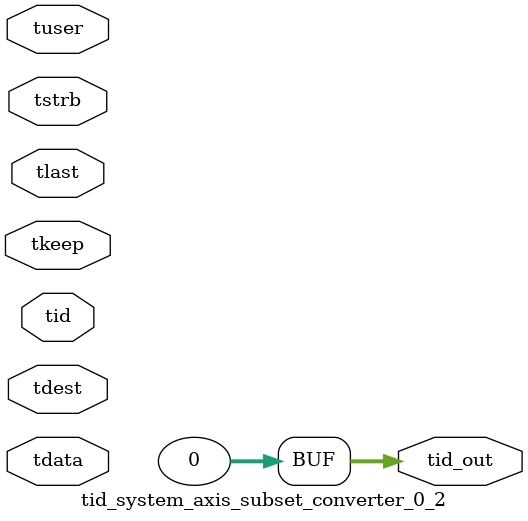
<source format=v>


`timescale 1ps/1ps

module tid_system_axis_subset_converter_0_2 #
(
parameter C_S_AXIS_TID_WIDTH   = 1,
parameter C_S_AXIS_TUSER_WIDTH = 0,
parameter C_S_AXIS_TDATA_WIDTH = 0,
parameter C_S_AXIS_TDEST_WIDTH = 0,
parameter C_M_AXIS_TID_WIDTH   = 32
)
(
input  [(C_S_AXIS_TID_WIDTH   == 0 ? 1 : C_S_AXIS_TID_WIDTH)-1:0       ] tid,
input  [(C_S_AXIS_TDATA_WIDTH == 0 ? 1 : C_S_AXIS_TDATA_WIDTH)-1:0     ] tdata,
input  [(C_S_AXIS_TUSER_WIDTH == 0 ? 1 : C_S_AXIS_TUSER_WIDTH)-1:0     ] tuser,
input  [(C_S_AXIS_TDEST_WIDTH == 0 ? 1 : C_S_AXIS_TDEST_WIDTH)-1:0     ] tdest,
input  [(C_S_AXIS_TDATA_WIDTH/8)-1:0 ] tkeep,
input  [(C_S_AXIS_TDATA_WIDTH/8)-1:0 ] tstrb,
input                                                                    tlast,
output [(C_M_AXIS_TID_WIDTH   == 0 ? 1 : C_M_AXIS_TID_WIDTH)-1:0       ] tid_out
);

assign tid_out = {1'b0};

endmodule


</source>
